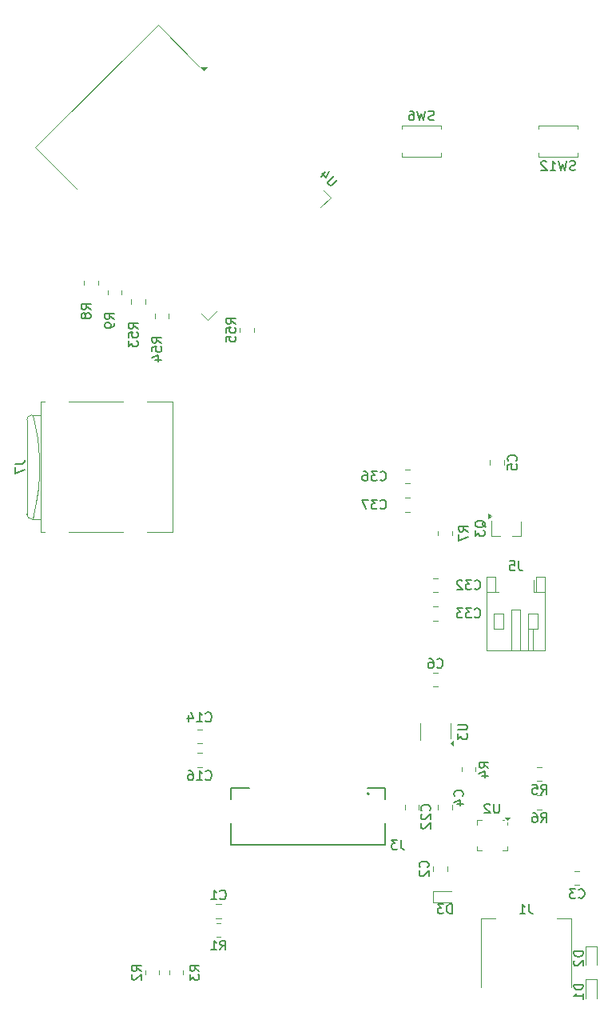
<source format=gbr>
%TF.GenerationSoftware,KiCad,Pcbnew,9.0.6*%
%TF.CreationDate,2025-11-23T22:18:04-05:00*%
%TF.ProjectId,EPD_HUB_ESP32,4550445f-4855-4425-9f45-535033322e6b,rev?*%
%TF.SameCoordinates,Original*%
%TF.FileFunction,Legend,Bot*%
%TF.FilePolarity,Positive*%
%FSLAX46Y46*%
G04 Gerber Fmt 4.6, Leading zero omitted, Abs format (unit mm)*
G04 Created by KiCad (PCBNEW 9.0.6) date 2025-11-23 22:18:04*
%MOMM*%
%LPD*%
G01*
G04 APERTURE LIST*
%ADD10C,0.150000*%
%ADD11C,0.120000*%
%ADD12C,0.200000*%
G04 APERTURE END LIST*
D10*
X142048585Y-62090718D02*
X141476165Y-62663138D01*
X141476165Y-62663138D02*
X141375150Y-62696810D01*
X141375150Y-62696810D02*
X141307806Y-62696810D01*
X141307806Y-62696810D02*
X141206791Y-62663138D01*
X141206791Y-62663138D02*
X141072104Y-62528451D01*
X141072104Y-62528451D02*
X141038432Y-62427436D01*
X141038432Y-62427436D02*
X141038432Y-62360092D01*
X141038432Y-62360092D02*
X141072104Y-62259077D01*
X141072104Y-62259077D02*
X141644524Y-61686657D01*
X140769058Y-61282596D02*
X140297654Y-61754001D01*
X141206791Y-61181581D02*
X140870073Y-61855016D01*
X140870073Y-61855016D02*
X140432341Y-61417283D01*
X107903659Y-92166666D02*
X108617944Y-92166666D01*
X108617944Y-92166666D02*
X108760801Y-92119047D01*
X108760801Y-92119047D02*
X108856040Y-92023809D01*
X108856040Y-92023809D02*
X108903659Y-91880952D01*
X108903659Y-91880952D02*
X108903659Y-91785714D01*
X107903659Y-92547619D02*
X107903659Y-93214285D01*
X107903659Y-93214285D02*
X108903659Y-92785714D01*
X154176934Y-139754819D02*
X154176934Y-138754819D01*
X154176934Y-138754819D02*
X153938839Y-138754819D01*
X153938839Y-138754819D02*
X153795982Y-138802438D01*
X153795982Y-138802438D02*
X153700744Y-138897676D01*
X153700744Y-138897676D02*
X153653125Y-138992914D01*
X153653125Y-138992914D02*
X153605506Y-139183390D01*
X153605506Y-139183390D02*
X153605506Y-139326247D01*
X153605506Y-139326247D02*
X153653125Y-139516723D01*
X153653125Y-139516723D02*
X153700744Y-139611961D01*
X153700744Y-139611961D02*
X153795982Y-139707200D01*
X153795982Y-139707200D02*
X153938839Y-139754819D01*
X153938839Y-139754819D02*
X154176934Y-139754819D01*
X153272172Y-138754819D02*
X152653125Y-138754819D01*
X152653125Y-138754819D02*
X152986458Y-139135771D01*
X152986458Y-139135771D02*
X152843601Y-139135771D01*
X152843601Y-139135771D02*
X152748363Y-139183390D01*
X152748363Y-139183390D02*
X152700744Y-139231009D01*
X152700744Y-139231009D02*
X152653125Y-139326247D01*
X152653125Y-139326247D02*
X152653125Y-139564342D01*
X152653125Y-139564342D02*
X152700744Y-139659580D01*
X152700744Y-139659580D02*
X152748363Y-139707200D01*
X152748363Y-139707200D02*
X152843601Y-139754819D01*
X152843601Y-139754819D02*
X153129315Y-139754819D01*
X153129315Y-139754819D02*
X153224553Y-139707200D01*
X153224553Y-139707200D02*
X153272172Y-139659580D01*
X151618420Y-134833333D02*
X151666040Y-134785714D01*
X151666040Y-134785714D02*
X151713659Y-134642857D01*
X151713659Y-134642857D02*
X151713659Y-134547619D01*
X151713659Y-134547619D02*
X151666040Y-134404762D01*
X151666040Y-134404762D02*
X151570801Y-134309524D01*
X151570801Y-134309524D02*
X151475563Y-134261905D01*
X151475563Y-134261905D02*
X151285087Y-134214286D01*
X151285087Y-134214286D02*
X151142230Y-134214286D01*
X151142230Y-134214286D02*
X150951754Y-134261905D01*
X150951754Y-134261905D02*
X150856516Y-134309524D01*
X150856516Y-134309524D02*
X150761278Y-134404762D01*
X150761278Y-134404762D02*
X150713659Y-134547619D01*
X150713659Y-134547619D02*
X150713659Y-134642857D01*
X150713659Y-134642857D02*
X150761278Y-134785714D01*
X150761278Y-134785714D02*
X150808897Y-134833333D01*
X150808897Y-135214286D02*
X150761278Y-135261905D01*
X150761278Y-135261905D02*
X150713659Y-135357143D01*
X150713659Y-135357143D02*
X150713659Y-135595238D01*
X150713659Y-135595238D02*
X150761278Y-135690476D01*
X150761278Y-135690476D02*
X150808897Y-135738095D01*
X150808897Y-135738095D02*
X150904135Y-135785714D01*
X150904135Y-135785714D02*
X150999373Y-135785714D01*
X150999373Y-135785714D02*
X151142230Y-135738095D01*
X151142230Y-135738095D02*
X151713659Y-135166667D01*
X151713659Y-135166667D02*
X151713659Y-135785714D01*
X161272173Y-102454819D02*
X161272173Y-103169104D01*
X161272173Y-103169104D02*
X161319792Y-103311961D01*
X161319792Y-103311961D02*
X161415030Y-103407200D01*
X161415030Y-103407200D02*
X161557887Y-103454819D01*
X161557887Y-103454819D02*
X161653125Y-103454819D01*
X160319792Y-102454819D02*
X160795982Y-102454819D01*
X160795982Y-102454819D02*
X160843601Y-102931009D01*
X160843601Y-102931009D02*
X160795982Y-102883390D01*
X160795982Y-102883390D02*
X160700744Y-102835771D01*
X160700744Y-102835771D02*
X160462649Y-102835771D01*
X160462649Y-102835771D02*
X160367411Y-102883390D01*
X160367411Y-102883390D02*
X160319792Y-102931009D01*
X160319792Y-102931009D02*
X160272173Y-103026247D01*
X160272173Y-103026247D02*
X160272173Y-103264342D01*
X160272173Y-103264342D02*
X160319792Y-103359580D01*
X160319792Y-103359580D02*
X160367411Y-103407200D01*
X160367411Y-103407200D02*
X160462649Y-103454819D01*
X160462649Y-103454819D02*
X160700744Y-103454819D01*
X160700744Y-103454819D02*
X160795982Y-103407200D01*
X160795982Y-103407200D02*
X160843601Y-103359580D01*
X157738897Y-98904761D02*
X157691278Y-98809523D01*
X157691278Y-98809523D02*
X157596040Y-98714285D01*
X157596040Y-98714285D02*
X157453182Y-98571428D01*
X157453182Y-98571428D02*
X157405563Y-98476190D01*
X157405563Y-98476190D02*
X157405563Y-98380952D01*
X157643659Y-98428571D02*
X157596040Y-98333333D01*
X157596040Y-98333333D02*
X157500801Y-98238095D01*
X157500801Y-98238095D02*
X157310325Y-98190476D01*
X157310325Y-98190476D02*
X156976992Y-98190476D01*
X156976992Y-98190476D02*
X156786516Y-98238095D01*
X156786516Y-98238095D02*
X156691278Y-98333333D01*
X156691278Y-98333333D02*
X156643659Y-98428571D01*
X156643659Y-98428571D02*
X156643659Y-98619047D01*
X156643659Y-98619047D02*
X156691278Y-98714285D01*
X156691278Y-98714285D02*
X156786516Y-98809523D01*
X156786516Y-98809523D02*
X156976992Y-98857142D01*
X156976992Y-98857142D02*
X157310325Y-98857142D01*
X157310325Y-98857142D02*
X157500801Y-98809523D01*
X157500801Y-98809523D02*
X157596040Y-98714285D01*
X157596040Y-98714285D02*
X157643659Y-98619047D01*
X157643659Y-98619047D02*
X157643659Y-98428571D01*
X156643659Y-99190476D02*
X156643659Y-99809523D01*
X156643659Y-99809523D02*
X157024611Y-99476190D01*
X157024611Y-99476190D02*
X157024611Y-99619047D01*
X157024611Y-99619047D02*
X157072230Y-99714285D01*
X157072230Y-99714285D02*
X157119849Y-99761904D01*
X157119849Y-99761904D02*
X157215087Y-99809523D01*
X157215087Y-99809523D02*
X157453182Y-99809523D01*
X157453182Y-99809523D02*
X157548420Y-99761904D01*
X157548420Y-99761904D02*
X157596040Y-99714285D01*
X157596040Y-99714285D02*
X157643659Y-99619047D01*
X157643659Y-99619047D02*
X157643659Y-99333333D01*
X157643659Y-99333333D02*
X157596040Y-99238095D01*
X157596040Y-99238095D02*
X157548420Y-99190476D01*
X162373173Y-138754819D02*
X162373173Y-139469104D01*
X162373173Y-139469104D02*
X162420792Y-139611961D01*
X162420792Y-139611961D02*
X162516030Y-139707200D01*
X162516030Y-139707200D02*
X162658887Y-139754819D01*
X162658887Y-139754819D02*
X162754125Y-139754819D01*
X161373173Y-139754819D02*
X161944601Y-139754819D01*
X161658887Y-139754819D02*
X161658887Y-138754819D01*
X161658887Y-138754819D02*
X161754125Y-138897676D01*
X161754125Y-138897676D02*
X161849363Y-138992914D01*
X161849363Y-138992914D02*
X161944601Y-139040533D01*
X148772173Y-131954819D02*
X148772173Y-132669104D01*
X148772173Y-132669104D02*
X148819792Y-132811961D01*
X148819792Y-132811961D02*
X148915030Y-132907200D01*
X148915030Y-132907200D02*
X149057887Y-132954819D01*
X149057887Y-132954819D02*
X149153125Y-132954819D01*
X148391220Y-131954819D02*
X147772173Y-131954819D01*
X147772173Y-131954819D02*
X148105506Y-132335771D01*
X148105506Y-132335771D02*
X147962649Y-132335771D01*
X147962649Y-132335771D02*
X147867411Y-132383390D01*
X147867411Y-132383390D02*
X147819792Y-132431009D01*
X147819792Y-132431009D02*
X147772173Y-132526247D01*
X147772173Y-132526247D02*
X147772173Y-132764342D01*
X147772173Y-132764342D02*
X147819792Y-132859580D01*
X147819792Y-132859580D02*
X147867411Y-132907200D01*
X147867411Y-132907200D02*
X147962649Y-132954819D01*
X147962649Y-132954819D02*
X148248363Y-132954819D01*
X148248363Y-132954819D02*
X148343601Y-132907200D01*
X148343601Y-132907200D02*
X148391220Y-132859580D01*
X159200744Y-128124819D02*
X159200744Y-128934342D01*
X159200744Y-128934342D02*
X159153125Y-129029580D01*
X159153125Y-129029580D02*
X159105506Y-129077200D01*
X159105506Y-129077200D02*
X159010268Y-129124819D01*
X159010268Y-129124819D02*
X158819792Y-129124819D01*
X158819792Y-129124819D02*
X158724554Y-129077200D01*
X158724554Y-129077200D02*
X158676935Y-129029580D01*
X158676935Y-129029580D02*
X158629316Y-128934342D01*
X158629316Y-128934342D02*
X158629316Y-128124819D01*
X158200744Y-128220057D02*
X158153125Y-128172438D01*
X158153125Y-128172438D02*
X158057887Y-128124819D01*
X158057887Y-128124819D02*
X157819792Y-128124819D01*
X157819792Y-128124819D02*
X157724554Y-128172438D01*
X157724554Y-128172438D02*
X157676935Y-128220057D01*
X157676935Y-128220057D02*
X157629316Y-128315295D01*
X157629316Y-128315295D02*
X157629316Y-128410533D01*
X157629316Y-128410533D02*
X157676935Y-128553390D01*
X157676935Y-128553390D02*
X158248363Y-129124819D01*
X158248363Y-129124819D02*
X157629316Y-129124819D01*
X168093659Y-147261905D02*
X167093659Y-147261905D01*
X167093659Y-147261905D02*
X167093659Y-147500000D01*
X167093659Y-147500000D02*
X167141278Y-147642857D01*
X167141278Y-147642857D02*
X167236516Y-147738095D01*
X167236516Y-147738095D02*
X167331754Y-147785714D01*
X167331754Y-147785714D02*
X167522230Y-147833333D01*
X167522230Y-147833333D02*
X167665087Y-147833333D01*
X167665087Y-147833333D02*
X167855563Y-147785714D01*
X167855563Y-147785714D02*
X167950801Y-147738095D01*
X167950801Y-147738095D02*
X168046040Y-147642857D01*
X168046040Y-147642857D02*
X168093659Y-147500000D01*
X168093659Y-147500000D02*
X168093659Y-147261905D01*
X168093659Y-148785714D02*
X168093659Y-148214286D01*
X168093659Y-148500000D02*
X167093659Y-148500000D01*
X167093659Y-148500000D02*
X167236516Y-148404762D01*
X167236516Y-148404762D02*
X167331754Y-148309524D01*
X167331754Y-148309524D02*
X167379373Y-148214286D01*
X168093659Y-143761905D02*
X167093659Y-143761905D01*
X167093659Y-143761905D02*
X167093659Y-144000000D01*
X167093659Y-144000000D02*
X167141278Y-144142857D01*
X167141278Y-144142857D02*
X167236516Y-144238095D01*
X167236516Y-144238095D02*
X167331754Y-144285714D01*
X167331754Y-144285714D02*
X167522230Y-144333333D01*
X167522230Y-144333333D02*
X167665087Y-144333333D01*
X167665087Y-144333333D02*
X167855563Y-144285714D01*
X167855563Y-144285714D02*
X167950801Y-144238095D01*
X167950801Y-144238095D02*
X168046040Y-144142857D01*
X168046040Y-144142857D02*
X168093659Y-144000000D01*
X168093659Y-144000000D02*
X168093659Y-143761905D01*
X167188897Y-144714286D02*
X167141278Y-144761905D01*
X167141278Y-144761905D02*
X167093659Y-144857143D01*
X167093659Y-144857143D02*
X167093659Y-145095238D01*
X167093659Y-145095238D02*
X167141278Y-145190476D01*
X167141278Y-145190476D02*
X167188897Y-145238095D01*
X167188897Y-145238095D02*
X167284135Y-145285714D01*
X167284135Y-145285714D02*
X167379373Y-145285714D01*
X167379373Y-145285714D02*
X167522230Y-145238095D01*
X167522230Y-145238095D02*
X168093659Y-144666667D01*
X168093659Y-144666667D02*
X168093659Y-145285714D01*
X146581697Y-96859580D02*
X146629316Y-96907200D01*
X146629316Y-96907200D02*
X146772173Y-96954819D01*
X146772173Y-96954819D02*
X146867411Y-96954819D01*
X146867411Y-96954819D02*
X147010268Y-96907200D01*
X147010268Y-96907200D02*
X147105506Y-96811961D01*
X147105506Y-96811961D02*
X147153125Y-96716723D01*
X147153125Y-96716723D02*
X147200744Y-96526247D01*
X147200744Y-96526247D02*
X147200744Y-96383390D01*
X147200744Y-96383390D02*
X147153125Y-96192914D01*
X147153125Y-96192914D02*
X147105506Y-96097676D01*
X147105506Y-96097676D02*
X147010268Y-96002438D01*
X147010268Y-96002438D02*
X146867411Y-95954819D01*
X146867411Y-95954819D02*
X146772173Y-95954819D01*
X146772173Y-95954819D02*
X146629316Y-96002438D01*
X146629316Y-96002438D02*
X146581697Y-96050057D01*
X146248363Y-95954819D02*
X145629316Y-95954819D01*
X145629316Y-95954819D02*
X145962649Y-96335771D01*
X145962649Y-96335771D02*
X145819792Y-96335771D01*
X145819792Y-96335771D02*
X145724554Y-96383390D01*
X145724554Y-96383390D02*
X145676935Y-96431009D01*
X145676935Y-96431009D02*
X145629316Y-96526247D01*
X145629316Y-96526247D02*
X145629316Y-96764342D01*
X145629316Y-96764342D02*
X145676935Y-96859580D01*
X145676935Y-96859580D02*
X145724554Y-96907200D01*
X145724554Y-96907200D02*
X145819792Y-96954819D01*
X145819792Y-96954819D02*
X146105506Y-96954819D01*
X146105506Y-96954819D02*
X146200744Y-96907200D01*
X146200744Y-96907200D02*
X146248363Y-96859580D01*
X145295982Y-95954819D02*
X144629316Y-95954819D01*
X144629316Y-95954819D02*
X145057887Y-96954819D01*
X156581697Y-108359580D02*
X156629316Y-108407200D01*
X156629316Y-108407200D02*
X156772173Y-108454819D01*
X156772173Y-108454819D02*
X156867411Y-108454819D01*
X156867411Y-108454819D02*
X157010268Y-108407200D01*
X157010268Y-108407200D02*
X157105506Y-108311961D01*
X157105506Y-108311961D02*
X157153125Y-108216723D01*
X157153125Y-108216723D02*
X157200744Y-108026247D01*
X157200744Y-108026247D02*
X157200744Y-107883390D01*
X157200744Y-107883390D02*
X157153125Y-107692914D01*
X157153125Y-107692914D02*
X157105506Y-107597676D01*
X157105506Y-107597676D02*
X157010268Y-107502438D01*
X157010268Y-107502438D02*
X156867411Y-107454819D01*
X156867411Y-107454819D02*
X156772173Y-107454819D01*
X156772173Y-107454819D02*
X156629316Y-107502438D01*
X156629316Y-107502438D02*
X156581697Y-107550057D01*
X156248363Y-107454819D02*
X155629316Y-107454819D01*
X155629316Y-107454819D02*
X155962649Y-107835771D01*
X155962649Y-107835771D02*
X155819792Y-107835771D01*
X155819792Y-107835771D02*
X155724554Y-107883390D01*
X155724554Y-107883390D02*
X155676935Y-107931009D01*
X155676935Y-107931009D02*
X155629316Y-108026247D01*
X155629316Y-108026247D02*
X155629316Y-108264342D01*
X155629316Y-108264342D02*
X155676935Y-108359580D01*
X155676935Y-108359580D02*
X155724554Y-108407200D01*
X155724554Y-108407200D02*
X155819792Y-108454819D01*
X155819792Y-108454819D02*
X156105506Y-108454819D01*
X156105506Y-108454819D02*
X156200744Y-108407200D01*
X156200744Y-108407200D02*
X156248363Y-108359580D01*
X155295982Y-107454819D02*
X154676935Y-107454819D01*
X154676935Y-107454819D02*
X155010268Y-107835771D01*
X155010268Y-107835771D02*
X154867411Y-107835771D01*
X154867411Y-107835771D02*
X154772173Y-107883390D01*
X154772173Y-107883390D02*
X154724554Y-107931009D01*
X154724554Y-107931009D02*
X154676935Y-108026247D01*
X154676935Y-108026247D02*
X154676935Y-108264342D01*
X154676935Y-108264342D02*
X154724554Y-108359580D01*
X154724554Y-108359580D02*
X154772173Y-108407200D01*
X154772173Y-108407200D02*
X154867411Y-108454819D01*
X154867411Y-108454819D02*
X155153125Y-108454819D01*
X155153125Y-108454819D02*
X155248363Y-108407200D01*
X155248363Y-108407200D02*
X155295982Y-108359580D01*
X158043659Y-124333333D02*
X157567468Y-124000000D01*
X158043659Y-123761905D02*
X157043659Y-123761905D01*
X157043659Y-123761905D02*
X157043659Y-124142857D01*
X157043659Y-124142857D02*
X157091278Y-124238095D01*
X157091278Y-124238095D02*
X157138897Y-124285714D01*
X157138897Y-124285714D02*
X157234135Y-124333333D01*
X157234135Y-124333333D02*
X157376992Y-124333333D01*
X157376992Y-124333333D02*
X157472230Y-124285714D01*
X157472230Y-124285714D02*
X157519849Y-124238095D01*
X157519849Y-124238095D02*
X157567468Y-124142857D01*
X157567468Y-124142857D02*
X157567468Y-123761905D01*
X157376992Y-125190476D02*
X158043659Y-125190476D01*
X156996040Y-124952381D02*
X157710325Y-124714286D01*
X157710325Y-124714286D02*
X157710325Y-125333333D01*
X127393659Y-145833333D02*
X126917468Y-145500000D01*
X127393659Y-145261905D02*
X126393659Y-145261905D01*
X126393659Y-145261905D02*
X126393659Y-145642857D01*
X126393659Y-145642857D02*
X126441278Y-145738095D01*
X126441278Y-145738095D02*
X126488897Y-145785714D01*
X126488897Y-145785714D02*
X126584135Y-145833333D01*
X126584135Y-145833333D02*
X126726992Y-145833333D01*
X126726992Y-145833333D02*
X126822230Y-145785714D01*
X126822230Y-145785714D02*
X126869849Y-145738095D01*
X126869849Y-145738095D02*
X126917468Y-145642857D01*
X126917468Y-145642857D02*
X126917468Y-145261905D01*
X126393659Y-146166667D02*
X126393659Y-146785714D01*
X126393659Y-146785714D02*
X126774611Y-146452381D01*
X126774611Y-146452381D02*
X126774611Y-146595238D01*
X126774611Y-146595238D02*
X126822230Y-146690476D01*
X126822230Y-146690476D02*
X126869849Y-146738095D01*
X126869849Y-146738095D02*
X126965087Y-146785714D01*
X126965087Y-146785714D02*
X127203182Y-146785714D01*
X127203182Y-146785714D02*
X127298420Y-146738095D01*
X127298420Y-146738095D02*
X127346040Y-146690476D01*
X127346040Y-146690476D02*
X127393659Y-146595238D01*
X127393659Y-146595238D02*
X127393659Y-146309524D01*
X127393659Y-146309524D02*
X127346040Y-146214286D01*
X127346040Y-146214286D02*
X127298420Y-146166667D01*
X151798420Y-128857142D02*
X151846040Y-128809523D01*
X151846040Y-128809523D02*
X151893659Y-128666666D01*
X151893659Y-128666666D02*
X151893659Y-128571428D01*
X151893659Y-128571428D02*
X151846040Y-128428571D01*
X151846040Y-128428571D02*
X151750801Y-128333333D01*
X151750801Y-128333333D02*
X151655563Y-128285714D01*
X151655563Y-128285714D02*
X151465087Y-128238095D01*
X151465087Y-128238095D02*
X151322230Y-128238095D01*
X151322230Y-128238095D02*
X151131754Y-128285714D01*
X151131754Y-128285714D02*
X151036516Y-128333333D01*
X151036516Y-128333333D02*
X150941278Y-128428571D01*
X150941278Y-128428571D02*
X150893659Y-128571428D01*
X150893659Y-128571428D02*
X150893659Y-128666666D01*
X150893659Y-128666666D02*
X150941278Y-128809523D01*
X150941278Y-128809523D02*
X150988897Y-128857142D01*
X150988897Y-129238095D02*
X150941278Y-129285714D01*
X150941278Y-129285714D02*
X150893659Y-129380952D01*
X150893659Y-129380952D02*
X150893659Y-129619047D01*
X150893659Y-129619047D02*
X150941278Y-129714285D01*
X150941278Y-129714285D02*
X150988897Y-129761904D01*
X150988897Y-129761904D02*
X151084135Y-129809523D01*
X151084135Y-129809523D02*
X151179373Y-129809523D01*
X151179373Y-129809523D02*
X151322230Y-129761904D01*
X151322230Y-129761904D02*
X151893659Y-129190476D01*
X151893659Y-129190476D02*
X151893659Y-129809523D01*
X150988897Y-130190476D02*
X150941278Y-130238095D01*
X150941278Y-130238095D02*
X150893659Y-130333333D01*
X150893659Y-130333333D02*
X150893659Y-130571428D01*
X150893659Y-130571428D02*
X150941278Y-130666666D01*
X150941278Y-130666666D02*
X150988897Y-130714285D01*
X150988897Y-130714285D02*
X151084135Y-130761904D01*
X151084135Y-130761904D02*
X151179373Y-130761904D01*
X151179373Y-130761904D02*
X151322230Y-130714285D01*
X151322230Y-130714285D02*
X151893659Y-130142857D01*
X151893659Y-130142857D02*
X151893659Y-130761904D01*
X123393659Y-79357142D02*
X122917468Y-79023809D01*
X123393659Y-78785714D02*
X122393659Y-78785714D01*
X122393659Y-78785714D02*
X122393659Y-79166666D01*
X122393659Y-79166666D02*
X122441278Y-79261904D01*
X122441278Y-79261904D02*
X122488897Y-79309523D01*
X122488897Y-79309523D02*
X122584135Y-79357142D01*
X122584135Y-79357142D02*
X122726992Y-79357142D01*
X122726992Y-79357142D02*
X122822230Y-79309523D01*
X122822230Y-79309523D02*
X122869849Y-79261904D01*
X122869849Y-79261904D02*
X122917468Y-79166666D01*
X122917468Y-79166666D02*
X122917468Y-78785714D01*
X122393659Y-80261904D02*
X122393659Y-79785714D01*
X122393659Y-79785714D02*
X122869849Y-79738095D01*
X122869849Y-79738095D02*
X122822230Y-79785714D01*
X122822230Y-79785714D02*
X122774611Y-79880952D01*
X122774611Y-79880952D02*
X122774611Y-80119047D01*
X122774611Y-80119047D02*
X122822230Y-80214285D01*
X122822230Y-80214285D02*
X122869849Y-80261904D01*
X122869849Y-80261904D02*
X122965087Y-80309523D01*
X122965087Y-80309523D02*
X123203182Y-80309523D01*
X123203182Y-80309523D02*
X123298420Y-80261904D01*
X123298420Y-80261904D02*
X123346040Y-80214285D01*
X123346040Y-80214285D02*
X123393659Y-80119047D01*
X123393659Y-80119047D02*
X123393659Y-79880952D01*
X123393659Y-79880952D02*
X123346040Y-79785714D01*
X123346040Y-79785714D02*
X123298420Y-79738095D01*
X122726992Y-81166666D02*
X123393659Y-81166666D01*
X122346040Y-80928571D02*
X123060325Y-80690476D01*
X123060325Y-80690476D02*
X123060325Y-81309523D01*
X163605506Y-127104819D02*
X163938839Y-126628628D01*
X164176934Y-127104819D02*
X164176934Y-126104819D01*
X164176934Y-126104819D02*
X163795982Y-126104819D01*
X163795982Y-126104819D02*
X163700744Y-126152438D01*
X163700744Y-126152438D02*
X163653125Y-126200057D01*
X163653125Y-126200057D02*
X163605506Y-126295295D01*
X163605506Y-126295295D02*
X163605506Y-126438152D01*
X163605506Y-126438152D02*
X163653125Y-126533390D01*
X163653125Y-126533390D02*
X163700744Y-126581009D01*
X163700744Y-126581009D02*
X163795982Y-126628628D01*
X163795982Y-126628628D02*
X164176934Y-126628628D01*
X162700744Y-126104819D02*
X163176934Y-126104819D01*
X163176934Y-126104819D02*
X163224553Y-126581009D01*
X163224553Y-126581009D02*
X163176934Y-126533390D01*
X163176934Y-126533390D02*
X163081696Y-126485771D01*
X163081696Y-126485771D02*
X162843601Y-126485771D01*
X162843601Y-126485771D02*
X162748363Y-126533390D01*
X162748363Y-126533390D02*
X162700744Y-126581009D01*
X162700744Y-126581009D02*
X162653125Y-126676247D01*
X162653125Y-126676247D02*
X162653125Y-126914342D01*
X162653125Y-126914342D02*
X162700744Y-127009580D01*
X162700744Y-127009580D02*
X162748363Y-127057200D01*
X162748363Y-127057200D02*
X162843601Y-127104819D01*
X162843601Y-127104819D02*
X163081696Y-127104819D01*
X163081696Y-127104819D02*
X163176934Y-127057200D01*
X163176934Y-127057200D02*
X163224553Y-127009580D01*
X129605506Y-138179580D02*
X129653125Y-138227200D01*
X129653125Y-138227200D02*
X129795982Y-138274819D01*
X129795982Y-138274819D02*
X129891220Y-138274819D01*
X129891220Y-138274819D02*
X130034077Y-138227200D01*
X130034077Y-138227200D02*
X130129315Y-138131961D01*
X130129315Y-138131961D02*
X130176934Y-138036723D01*
X130176934Y-138036723D02*
X130224553Y-137846247D01*
X130224553Y-137846247D02*
X130224553Y-137703390D01*
X130224553Y-137703390D02*
X130176934Y-137512914D01*
X130176934Y-137512914D02*
X130129315Y-137417676D01*
X130129315Y-137417676D02*
X130034077Y-137322438D01*
X130034077Y-137322438D02*
X129891220Y-137274819D01*
X129891220Y-137274819D02*
X129795982Y-137274819D01*
X129795982Y-137274819D02*
X129653125Y-137322438D01*
X129653125Y-137322438D02*
X129605506Y-137370057D01*
X128653125Y-138274819D02*
X129224553Y-138274819D01*
X128938839Y-138274819D02*
X128938839Y-137274819D01*
X128938839Y-137274819D02*
X129034077Y-137417676D01*
X129034077Y-137417676D02*
X129129315Y-137512914D01*
X129129315Y-137512914D02*
X129224553Y-137560533D01*
X131243659Y-77357142D02*
X130767468Y-77023809D01*
X131243659Y-76785714D02*
X130243659Y-76785714D01*
X130243659Y-76785714D02*
X130243659Y-77166666D01*
X130243659Y-77166666D02*
X130291278Y-77261904D01*
X130291278Y-77261904D02*
X130338897Y-77309523D01*
X130338897Y-77309523D02*
X130434135Y-77357142D01*
X130434135Y-77357142D02*
X130576992Y-77357142D01*
X130576992Y-77357142D02*
X130672230Y-77309523D01*
X130672230Y-77309523D02*
X130719849Y-77261904D01*
X130719849Y-77261904D02*
X130767468Y-77166666D01*
X130767468Y-77166666D02*
X130767468Y-76785714D01*
X130243659Y-78261904D02*
X130243659Y-77785714D01*
X130243659Y-77785714D02*
X130719849Y-77738095D01*
X130719849Y-77738095D02*
X130672230Y-77785714D01*
X130672230Y-77785714D02*
X130624611Y-77880952D01*
X130624611Y-77880952D02*
X130624611Y-78119047D01*
X130624611Y-78119047D02*
X130672230Y-78214285D01*
X130672230Y-78214285D02*
X130719849Y-78261904D01*
X130719849Y-78261904D02*
X130815087Y-78309523D01*
X130815087Y-78309523D02*
X131053182Y-78309523D01*
X131053182Y-78309523D02*
X131148420Y-78261904D01*
X131148420Y-78261904D02*
X131196040Y-78214285D01*
X131196040Y-78214285D02*
X131243659Y-78119047D01*
X131243659Y-78119047D02*
X131243659Y-77880952D01*
X131243659Y-77880952D02*
X131196040Y-77785714D01*
X131196040Y-77785714D02*
X131148420Y-77738095D01*
X130243659Y-79214285D02*
X130243659Y-78738095D01*
X130243659Y-78738095D02*
X130719849Y-78690476D01*
X130719849Y-78690476D02*
X130672230Y-78738095D01*
X130672230Y-78738095D02*
X130624611Y-78833333D01*
X130624611Y-78833333D02*
X130624611Y-79071428D01*
X130624611Y-79071428D02*
X130672230Y-79166666D01*
X130672230Y-79166666D02*
X130719849Y-79214285D01*
X130719849Y-79214285D02*
X130815087Y-79261904D01*
X130815087Y-79261904D02*
X131053182Y-79261904D01*
X131053182Y-79261904D02*
X131148420Y-79214285D01*
X131148420Y-79214285D02*
X131196040Y-79166666D01*
X131196040Y-79166666D02*
X131243659Y-79071428D01*
X131243659Y-79071428D02*
X131243659Y-78833333D01*
X131243659Y-78833333D02*
X131196040Y-78738095D01*
X131196040Y-78738095D02*
X131148420Y-78690476D01*
X160978420Y-91833333D02*
X161026040Y-91785714D01*
X161026040Y-91785714D02*
X161073659Y-91642857D01*
X161073659Y-91642857D02*
X161073659Y-91547619D01*
X161073659Y-91547619D02*
X161026040Y-91404762D01*
X161026040Y-91404762D02*
X160930801Y-91309524D01*
X160930801Y-91309524D02*
X160835563Y-91261905D01*
X160835563Y-91261905D02*
X160645087Y-91214286D01*
X160645087Y-91214286D02*
X160502230Y-91214286D01*
X160502230Y-91214286D02*
X160311754Y-91261905D01*
X160311754Y-91261905D02*
X160216516Y-91309524D01*
X160216516Y-91309524D02*
X160121278Y-91404762D01*
X160121278Y-91404762D02*
X160073659Y-91547619D01*
X160073659Y-91547619D02*
X160073659Y-91642857D01*
X160073659Y-91642857D02*
X160121278Y-91785714D01*
X160121278Y-91785714D02*
X160168897Y-91833333D01*
X160073659Y-92738095D02*
X160073659Y-92261905D01*
X160073659Y-92261905D02*
X160549849Y-92214286D01*
X160549849Y-92214286D02*
X160502230Y-92261905D01*
X160502230Y-92261905D02*
X160454611Y-92357143D01*
X160454611Y-92357143D02*
X160454611Y-92595238D01*
X160454611Y-92595238D02*
X160502230Y-92690476D01*
X160502230Y-92690476D02*
X160549849Y-92738095D01*
X160549849Y-92738095D02*
X160645087Y-92785714D01*
X160645087Y-92785714D02*
X160883182Y-92785714D01*
X160883182Y-92785714D02*
X160978420Y-92738095D01*
X160978420Y-92738095D02*
X161026040Y-92690476D01*
X161026040Y-92690476D02*
X161073659Y-92595238D01*
X161073659Y-92595238D02*
X161073659Y-92357143D01*
X161073659Y-92357143D02*
X161026040Y-92261905D01*
X161026040Y-92261905D02*
X160978420Y-92214286D01*
X152605506Y-113679580D02*
X152653125Y-113727200D01*
X152653125Y-113727200D02*
X152795982Y-113774819D01*
X152795982Y-113774819D02*
X152891220Y-113774819D01*
X152891220Y-113774819D02*
X153034077Y-113727200D01*
X153034077Y-113727200D02*
X153129315Y-113631961D01*
X153129315Y-113631961D02*
X153176934Y-113536723D01*
X153176934Y-113536723D02*
X153224553Y-113346247D01*
X153224553Y-113346247D02*
X153224553Y-113203390D01*
X153224553Y-113203390D02*
X153176934Y-113012914D01*
X153176934Y-113012914D02*
X153129315Y-112917676D01*
X153129315Y-112917676D02*
X153034077Y-112822438D01*
X153034077Y-112822438D02*
X152891220Y-112774819D01*
X152891220Y-112774819D02*
X152795982Y-112774819D01*
X152795982Y-112774819D02*
X152653125Y-112822438D01*
X152653125Y-112822438D02*
X152605506Y-112870057D01*
X151748363Y-112774819D02*
X151938839Y-112774819D01*
X151938839Y-112774819D02*
X152034077Y-112822438D01*
X152034077Y-112822438D02*
X152081696Y-112870057D01*
X152081696Y-112870057D02*
X152176934Y-113012914D01*
X152176934Y-113012914D02*
X152224553Y-113203390D01*
X152224553Y-113203390D02*
X152224553Y-113584342D01*
X152224553Y-113584342D02*
X152176934Y-113679580D01*
X152176934Y-113679580D02*
X152129315Y-113727200D01*
X152129315Y-113727200D02*
X152034077Y-113774819D01*
X152034077Y-113774819D02*
X151843601Y-113774819D01*
X151843601Y-113774819D02*
X151748363Y-113727200D01*
X151748363Y-113727200D02*
X151700744Y-113679580D01*
X151700744Y-113679580D02*
X151653125Y-113584342D01*
X151653125Y-113584342D02*
X151653125Y-113346247D01*
X151653125Y-113346247D02*
X151700744Y-113251009D01*
X151700744Y-113251009D02*
X151748363Y-113203390D01*
X151748363Y-113203390D02*
X151843601Y-113155771D01*
X151843601Y-113155771D02*
X152034077Y-113155771D01*
X152034077Y-113155771D02*
X152129315Y-113203390D01*
X152129315Y-113203390D02*
X152176934Y-113251009D01*
X152176934Y-113251009D02*
X152224553Y-113346247D01*
X118393659Y-76833333D02*
X117917468Y-76500000D01*
X118393659Y-76261905D02*
X117393659Y-76261905D01*
X117393659Y-76261905D02*
X117393659Y-76642857D01*
X117393659Y-76642857D02*
X117441278Y-76738095D01*
X117441278Y-76738095D02*
X117488897Y-76785714D01*
X117488897Y-76785714D02*
X117584135Y-76833333D01*
X117584135Y-76833333D02*
X117726992Y-76833333D01*
X117726992Y-76833333D02*
X117822230Y-76785714D01*
X117822230Y-76785714D02*
X117869849Y-76738095D01*
X117869849Y-76738095D02*
X117917468Y-76642857D01*
X117917468Y-76642857D02*
X117917468Y-76261905D01*
X118393659Y-77309524D02*
X118393659Y-77500000D01*
X118393659Y-77500000D02*
X118346040Y-77595238D01*
X118346040Y-77595238D02*
X118298420Y-77642857D01*
X118298420Y-77642857D02*
X118155563Y-77738095D01*
X118155563Y-77738095D02*
X117965087Y-77785714D01*
X117965087Y-77785714D02*
X117584135Y-77785714D01*
X117584135Y-77785714D02*
X117488897Y-77738095D01*
X117488897Y-77738095D02*
X117441278Y-77690476D01*
X117441278Y-77690476D02*
X117393659Y-77595238D01*
X117393659Y-77595238D02*
X117393659Y-77404762D01*
X117393659Y-77404762D02*
X117441278Y-77309524D01*
X117441278Y-77309524D02*
X117488897Y-77261905D01*
X117488897Y-77261905D02*
X117584135Y-77214286D01*
X117584135Y-77214286D02*
X117822230Y-77214286D01*
X117822230Y-77214286D02*
X117917468Y-77261905D01*
X117917468Y-77261905D02*
X117965087Y-77309524D01*
X117965087Y-77309524D02*
X118012706Y-77404762D01*
X118012706Y-77404762D02*
X118012706Y-77595238D01*
X118012706Y-77595238D02*
X117965087Y-77690476D01*
X117965087Y-77690476D02*
X117917468Y-77738095D01*
X117917468Y-77738095D02*
X117822230Y-77785714D01*
X120893659Y-77857142D02*
X120417468Y-77523809D01*
X120893659Y-77285714D02*
X119893659Y-77285714D01*
X119893659Y-77285714D02*
X119893659Y-77666666D01*
X119893659Y-77666666D02*
X119941278Y-77761904D01*
X119941278Y-77761904D02*
X119988897Y-77809523D01*
X119988897Y-77809523D02*
X120084135Y-77857142D01*
X120084135Y-77857142D02*
X120226992Y-77857142D01*
X120226992Y-77857142D02*
X120322230Y-77809523D01*
X120322230Y-77809523D02*
X120369849Y-77761904D01*
X120369849Y-77761904D02*
X120417468Y-77666666D01*
X120417468Y-77666666D02*
X120417468Y-77285714D01*
X119893659Y-78761904D02*
X119893659Y-78285714D01*
X119893659Y-78285714D02*
X120369849Y-78238095D01*
X120369849Y-78238095D02*
X120322230Y-78285714D01*
X120322230Y-78285714D02*
X120274611Y-78380952D01*
X120274611Y-78380952D02*
X120274611Y-78619047D01*
X120274611Y-78619047D02*
X120322230Y-78714285D01*
X120322230Y-78714285D02*
X120369849Y-78761904D01*
X120369849Y-78761904D02*
X120465087Y-78809523D01*
X120465087Y-78809523D02*
X120703182Y-78809523D01*
X120703182Y-78809523D02*
X120798420Y-78761904D01*
X120798420Y-78761904D02*
X120846040Y-78714285D01*
X120846040Y-78714285D02*
X120893659Y-78619047D01*
X120893659Y-78619047D02*
X120893659Y-78380952D01*
X120893659Y-78380952D02*
X120846040Y-78285714D01*
X120846040Y-78285714D02*
X120798420Y-78238095D01*
X119893659Y-79142857D02*
X119893659Y-79761904D01*
X119893659Y-79761904D02*
X120274611Y-79428571D01*
X120274611Y-79428571D02*
X120274611Y-79571428D01*
X120274611Y-79571428D02*
X120322230Y-79666666D01*
X120322230Y-79666666D02*
X120369849Y-79714285D01*
X120369849Y-79714285D02*
X120465087Y-79761904D01*
X120465087Y-79761904D02*
X120703182Y-79761904D01*
X120703182Y-79761904D02*
X120798420Y-79714285D01*
X120798420Y-79714285D02*
X120846040Y-79666666D01*
X120846040Y-79666666D02*
X120893659Y-79571428D01*
X120893659Y-79571428D02*
X120893659Y-79285714D01*
X120893659Y-79285714D02*
X120846040Y-79190476D01*
X120846040Y-79190476D02*
X120798420Y-79142857D01*
X128081697Y-125539580D02*
X128129316Y-125587200D01*
X128129316Y-125587200D02*
X128272173Y-125634819D01*
X128272173Y-125634819D02*
X128367411Y-125634819D01*
X128367411Y-125634819D02*
X128510268Y-125587200D01*
X128510268Y-125587200D02*
X128605506Y-125491961D01*
X128605506Y-125491961D02*
X128653125Y-125396723D01*
X128653125Y-125396723D02*
X128700744Y-125206247D01*
X128700744Y-125206247D02*
X128700744Y-125063390D01*
X128700744Y-125063390D02*
X128653125Y-124872914D01*
X128653125Y-124872914D02*
X128605506Y-124777676D01*
X128605506Y-124777676D02*
X128510268Y-124682438D01*
X128510268Y-124682438D02*
X128367411Y-124634819D01*
X128367411Y-124634819D02*
X128272173Y-124634819D01*
X128272173Y-124634819D02*
X128129316Y-124682438D01*
X128129316Y-124682438D02*
X128081697Y-124730057D01*
X127129316Y-125634819D02*
X127700744Y-125634819D01*
X127415030Y-125634819D02*
X127415030Y-124634819D01*
X127415030Y-124634819D02*
X127510268Y-124777676D01*
X127510268Y-124777676D02*
X127605506Y-124872914D01*
X127605506Y-124872914D02*
X127700744Y-124920533D01*
X126272173Y-124634819D02*
X126462649Y-124634819D01*
X126462649Y-124634819D02*
X126557887Y-124682438D01*
X126557887Y-124682438D02*
X126605506Y-124730057D01*
X126605506Y-124730057D02*
X126700744Y-124872914D01*
X126700744Y-124872914D02*
X126748363Y-125063390D01*
X126748363Y-125063390D02*
X126748363Y-125444342D01*
X126748363Y-125444342D02*
X126700744Y-125539580D01*
X126700744Y-125539580D02*
X126653125Y-125587200D01*
X126653125Y-125587200D02*
X126557887Y-125634819D01*
X126557887Y-125634819D02*
X126367411Y-125634819D01*
X126367411Y-125634819D02*
X126272173Y-125587200D01*
X126272173Y-125587200D02*
X126224554Y-125539580D01*
X126224554Y-125539580D02*
X126176935Y-125444342D01*
X126176935Y-125444342D02*
X126176935Y-125206247D01*
X126176935Y-125206247D02*
X126224554Y-125111009D01*
X126224554Y-125111009D02*
X126272173Y-125063390D01*
X126272173Y-125063390D02*
X126367411Y-125015771D01*
X126367411Y-125015771D02*
X126557887Y-125015771D01*
X126557887Y-125015771D02*
X126653125Y-125063390D01*
X126653125Y-125063390D02*
X126700744Y-125111009D01*
X126700744Y-125111009D02*
X126748363Y-125206247D01*
X146581697Y-93859580D02*
X146629316Y-93907200D01*
X146629316Y-93907200D02*
X146772173Y-93954819D01*
X146772173Y-93954819D02*
X146867411Y-93954819D01*
X146867411Y-93954819D02*
X147010268Y-93907200D01*
X147010268Y-93907200D02*
X147105506Y-93811961D01*
X147105506Y-93811961D02*
X147153125Y-93716723D01*
X147153125Y-93716723D02*
X147200744Y-93526247D01*
X147200744Y-93526247D02*
X147200744Y-93383390D01*
X147200744Y-93383390D02*
X147153125Y-93192914D01*
X147153125Y-93192914D02*
X147105506Y-93097676D01*
X147105506Y-93097676D02*
X147010268Y-93002438D01*
X147010268Y-93002438D02*
X146867411Y-92954819D01*
X146867411Y-92954819D02*
X146772173Y-92954819D01*
X146772173Y-92954819D02*
X146629316Y-93002438D01*
X146629316Y-93002438D02*
X146581697Y-93050057D01*
X146248363Y-92954819D02*
X145629316Y-92954819D01*
X145629316Y-92954819D02*
X145962649Y-93335771D01*
X145962649Y-93335771D02*
X145819792Y-93335771D01*
X145819792Y-93335771D02*
X145724554Y-93383390D01*
X145724554Y-93383390D02*
X145676935Y-93431009D01*
X145676935Y-93431009D02*
X145629316Y-93526247D01*
X145629316Y-93526247D02*
X145629316Y-93764342D01*
X145629316Y-93764342D02*
X145676935Y-93859580D01*
X145676935Y-93859580D02*
X145724554Y-93907200D01*
X145724554Y-93907200D02*
X145819792Y-93954819D01*
X145819792Y-93954819D02*
X146105506Y-93954819D01*
X146105506Y-93954819D02*
X146200744Y-93907200D01*
X146200744Y-93907200D02*
X146248363Y-93859580D01*
X144772173Y-92954819D02*
X144962649Y-92954819D01*
X144962649Y-92954819D02*
X145057887Y-93002438D01*
X145057887Y-93002438D02*
X145105506Y-93050057D01*
X145105506Y-93050057D02*
X145200744Y-93192914D01*
X145200744Y-93192914D02*
X145248363Y-93383390D01*
X145248363Y-93383390D02*
X145248363Y-93764342D01*
X145248363Y-93764342D02*
X145200744Y-93859580D01*
X145200744Y-93859580D02*
X145153125Y-93907200D01*
X145153125Y-93907200D02*
X145057887Y-93954819D01*
X145057887Y-93954819D02*
X144867411Y-93954819D01*
X144867411Y-93954819D02*
X144772173Y-93907200D01*
X144772173Y-93907200D02*
X144724554Y-93859580D01*
X144724554Y-93859580D02*
X144676935Y-93764342D01*
X144676935Y-93764342D02*
X144676935Y-93526247D01*
X144676935Y-93526247D02*
X144724554Y-93431009D01*
X144724554Y-93431009D02*
X144772173Y-93383390D01*
X144772173Y-93383390D02*
X144867411Y-93335771D01*
X144867411Y-93335771D02*
X145057887Y-93335771D01*
X145057887Y-93335771D02*
X145153125Y-93383390D01*
X145153125Y-93383390D02*
X145200744Y-93431009D01*
X145200744Y-93431009D02*
X145248363Y-93526247D01*
X129605506Y-143604819D02*
X129938839Y-143128628D01*
X130176934Y-143604819D02*
X130176934Y-142604819D01*
X130176934Y-142604819D02*
X129795982Y-142604819D01*
X129795982Y-142604819D02*
X129700744Y-142652438D01*
X129700744Y-142652438D02*
X129653125Y-142700057D01*
X129653125Y-142700057D02*
X129605506Y-142795295D01*
X129605506Y-142795295D02*
X129605506Y-142938152D01*
X129605506Y-142938152D02*
X129653125Y-143033390D01*
X129653125Y-143033390D02*
X129700744Y-143081009D01*
X129700744Y-143081009D02*
X129795982Y-143128628D01*
X129795982Y-143128628D02*
X130176934Y-143128628D01*
X128653125Y-143604819D02*
X129224553Y-143604819D01*
X128938839Y-143604819D02*
X128938839Y-142604819D01*
X128938839Y-142604819D02*
X129034077Y-142747676D01*
X129034077Y-142747676D02*
X129129315Y-142842914D01*
X129129315Y-142842914D02*
X129224553Y-142890533D01*
X154793659Y-119738095D02*
X155603182Y-119738095D01*
X155603182Y-119738095D02*
X155698420Y-119785714D01*
X155698420Y-119785714D02*
X155746040Y-119833333D01*
X155746040Y-119833333D02*
X155793659Y-119928571D01*
X155793659Y-119928571D02*
X155793659Y-120119047D01*
X155793659Y-120119047D02*
X155746040Y-120214285D01*
X155746040Y-120214285D02*
X155698420Y-120261904D01*
X155698420Y-120261904D02*
X155603182Y-120309523D01*
X155603182Y-120309523D02*
X154793659Y-120309523D01*
X154793659Y-120690476D02*
X154793659Y-121309523D01*
X154793659Y-121309523D02*
X155174611Y-120976190D01*
X155174611Y-120976190D02*
X155174611Y-121119047D01*
X155174611Y-121119047D02*
X155222230Y-121214285D01*
X155222230Y-121214285D02*
X155269849Y-121261904D01*
X155269849Y-121261904D02*
X155365087Y-121309523D01*
X155365087Y-121309523D02*
X155603182Y-121309523D01*
X155603182Y-121309523D02*
X155698420Y-121261904D01*
X155698420Y-121261904D02*
X155746040Y-121214285D01*
X155746040Y-121214285D02*
X155793659Y-121119047D01*
X155793659Y-121119047D02*
X155793659Y-120833333D01*
X155793659Y-120833333D02*
X155746040Y-120738095D01*
X155746040Y-120738095D02*
X155698420Y-120690476D01*
X128081697Y-119359580D02*
X128129316Y-119407200D01*
X128129316Y-119407200D02*
X128272173Y-119454819D01*
X128272173Y-119454819D02*
X128367411Y-119454819D01*
X128367411Y-119454819D02*
X128510268Y-119407200D01*
X128510268Y-119407200D02*
X128605506Y-119311961D01*
X128605506Y-119311961D02*
X128653125Y-119216723D01*
X128653125Y-119216723D02*
X128700744Y-119026247D01*
X128700744Y-119026247D02*
X128700744Y-118883390D01*
X128700744Y-118883390D02*
X128653125Y-118692914D01*
X128653125Y-118692914D02*
X128605506Y-118597676D01*
X128605506Y-118597676D02*
X128510268Y-118502438D01*
X128510268Y-118502438D02*
X128367411Y-118454819D01*
X128367411Y-118454819D02*
X128272173Y-118454819D01*
X128272173Y-118454819D02*
X128129316Y-118502438D01*
X128129316Y-118502438D02*
X128081697Y-118550057D01*
X127129316Y-119454819D02*
X127700744Y-119454819D01*
X127415030Y-119454819D02*
X127415030Y-118454819D01*
X127415030Y-118454819D02*
X127510268Y-118597676D01*
X127510268Y-118597676D02*
X127605506Y-118692914D01*
X127605506Y-118692914D02*
X127700744Y-118740533D01*
X126272173Y-118788152D02*
X126272173Y-119454819D01*
X126510268Y-118407200D02*
X126748363Y-119121485D01*
X126748363Y-119121485D02*
X126129316Y-119121485D01*
X155893659Y-99333333D02*
X155417468Y-99000000D01*
X155893659Y-98761905D02*
X154893659Y-98761905D01*
X154893659Y-98761905D02*
X154893659Y-99142857D01*
X154893659Y-99142857D02*
X154941278Y-99238095D01*
X154941278Y-99238095D02*
X154988897Y-99285714D01*
X154988897Y-99285714D02*
X155084135Y-99333333D01*
X155084135Y-99333333D02*
X155226992Y-99333333D01*
X155226992Y-99333333D02*
X155322230Y-99285714D01*
X155322230Y-99285714D02*
X155369849Y-99238095D01*
X155369849Y-99238095D02*
X155417468Y-99142857D01*
X155417468Y-99142857D02*
X155417468Y-98761905D01*
X154893659Y-99666667D02*
X154893659Y-100333333D01*
X154893659Y-100333333D02*
X155893659Y-99904762D01*
X167605506Y-138039580D02*
X167653125Y-138087200D01*
X167653125Y-138087200D02*
X167795982Y-138134819D01*
X167795982Y-138134819D02*
X167891220Y-138134819D01*
X167891220Y-138134819D02*
X168034077Y-138087200D01*
X168034077Y-138087200D02*
X168129315Y-137991961D01*
X168129315Y-137991961D02*
X168176934Y-137896723D01*
X168176934Y-137896723D02*
X168224553Y-137706247D01*
X168224553Y-137706247D02*
X168224553Y-137563390D01*
X168224553Y-137563390D02*
X168176934Y-137372914D01*
X168176934Y-137372914D02*
X168129315Y-137277676D01*
X168129315Y-137277676D02*
X168034077Y-137182438D01*
X168034077Y-137182438D02*
X167891220Y-137134819D01*
X167891220Y-137134819D02*
X167795982Y-137134819D01*
X167795982Y-137134819D02*
X167653125Y-137182438D01*
X167653125Y-137182438D02*
X167605506Y-137230057D01*
X167272172Y-137134819D02*
X166653125Y-137134819D01*
X166653125Y-137134819D02*
X166986458Y-137515771D01*
X166986458Y-137515771D02*
X166843601Y-137515771D01*
X166843601Y-137515771D02*
X166748363Y-137563390D01*
X166748363Y-137563390D02*
X166700744Y-137611009D01*
X166700744Y-137611009D02*
X166653125Y-137706247D01*
X166653125Y-137706247D02*
X166653125Y-137944342D01*
X166653125Y-137944342D02*
X166700744Y-138039580D01*
X166700744Y-138039580D02*
X166748363Y-138087200D01*
X166748363Y-138087200D02*
X166843601Y-138134819D01*
X166843601Y-138134819D02*
X167129315Y-138134819D01*
X167129315Y-138134819D02*
X167224553Y-138087200D01*
X167224553Y-138087200D02*
X167272172Y-138039580D01*
X155298420Y-127333333D02*
X155346040Y-127285714D01*
X155346040Y-127285714D02*
X155393659Y-127142857D01*
X155393659Y-127142857D02*
X155393659Y-127047619D01*
X155393659Y-127047619D02*
X155346040Y-126904762D01*
X155346040Y-126904762D02*
X155250801Y-126809524D01*
X155250801Y-126809524D02*
X155155563Y-126761905D01*
X155155563Y-126761905D02*
X154965087Y-126714286D01*
X154965087Y-126714286D02*
X154822230Y-126714286D01*
X154822230Y-126714286D02*
X154631754Y-126761905D01*
X154631754Y-126761905D02*
X154536516Y-126809524D01*
X154536516Y-126809524D02*
X154441278Y-126904762D01*
X154441278Y-126904762D02*
X154393659Y-127047619D01*
X154393659Y-127047619D02*
X154393659Y-127142857D01*
X154393659Y-127142857D02*
X154441278Y-127285714D01*
X154441278Y-127285714D02*
X154488897Y-127333333D01*
X154726992Y-128190476D02*
X155393659Y-128190476D01*
X154346040Y-127952381D02*
X155060325Y-127714286D01*
X155060325Y-127714286D02*
X155060325Y-128333333D01*
X115893659Y-75833333D02*
X115417468Y-75500000D01*
X115893659Y-75261905D02*
X114893659Y-75261905D01*
X114893659Y-75261905D02*
X114893659Y-75642857D01*
X114893659Y-75642857D02*
X114941278Y-75738095D01*
X114941278Y-75738095D02*
X114988897Y-75785714D01*
X114988897Y-75785714D02*
X115084135Y-75833333D01*
X115084135Y-75833333D02*
X115226992Y-75833333D01*
X115226992Y-75833333D02*
X115322230Y-75785714D01*
X115322230Y-75785714D02*
X115369849Y-75738095D01*
X115369849Y-75738095D02*
X115417468Y-75642857D01*
X115417468Y-75642857D02*
X115417468Y-75261905D01*
X115322230Y-76404762D02*
X115274611Y-76309524D01*
X115274611Y-76309524D02*
X115226992Y-76261905D01*
X115226992Y-76261905D02*
X115131754Y-76214286D01*
X115131754Y-76214286D02*
X115084135Y-76214286D01*
X115084135Y-76214286D02*
X114988897Y-76261905D01*
X114988897Y-76261905D02*
X114941278Y-76309524D01*
X114941278Y-76309524D02*
X114893659Y-76404762D01*
X114893659Y-76404762D02*
X114893659Y-76595238D01*
X114893659Y-76595238D02*
X114941278Y-76690476D01*
X114941278Y-76690476D02*
X114988897Y-76738095D01*
X114988897Y-76738095D02*
X115084135Y-76785714D01*
X115084135Y-76785714D02*
X115131754Y-76785714D01*
X115131754Y-76785714D02*
X115226992Y-76738095D01*
X115226992Y-76738095D02*
X115274611Y-76690476D01*
X115274611Y-76690476D02*
X115322230Y-76595238D01*
X115322230Y-76595238D02*
X115322230Y-76404762D01*
X115322230Y-76404762D02*
X115369849Y-76309524D01*
X115369849Y-76309524D02*
X115417468Y-76261905D01*
X115417468Y-76261905D02*
X115512706Y-76214286D01*
X115512706Y-76214286D02*
X115703182Y-76214286D01*
X115703182Y-76214286D02*
X115798420Y-76261905D01*
X115798420Y-76261905D02*
X115846040Y-76309524D01*
X115846040Y-76309524D02*
X115893659Y-76404762D01*
X115893659Y-76404762D02*
X115893659Y-76595238D01*
X115893659Y-76595238D02*
X115846040Y-76690476D01*
X115846040Y-76690476D02*
X115798420Y-76738095D01*
X115798420Y-76738095D02*
X115703182Y-76785714D01*
X115703182Y-76785714D02*
X115512706Y-76785714D01*
X115512706Y-76785714D02*
X115417468Y-76738095D01*
X115417468Y-76738095D02*
X115369849Y-76690476D01*
X115369849Y-76690476D02*
X115322230Y-76595238D01*
X156581697Y-105359580D02*
X156629316Y-105407200D01*
X156629316Y-105407200D02*
X156772173Y-105454819D01*
X156772173Y-105454819D02*
X156867411Y-105454819D01*
X156867411Y-105454819D02*
X157010268Y-105407200D01*
X157010268Y-105407200D02*
X157105506Y-105311961D01*
X157105506Y-105311961D02*
X157153125Y-105216723D01*
X157153125Y-105216723D02*
X157200744Y-105026247D01*
X157200744Y-105026247D02*
X157200744Y-104883390D01*
X157200744Y-104883390D02*
X157153125Y-104692914D01*
X157153125Y-104692914D02*
X157105506Y-104597676D01*
X157105506Y-104597676D02*
X157010268Y-104502438D01*
X157010268Y-104502438D02*
X156867411Y-104454819D01*
X156867411Y-104454819D02*
X156772173Y-104454819D01*
X156772173Y-104454819D02*
X156629316Y-104502438D01*
X156629316Y-104502438D02*
X156581697Y-104550057D01*
X156248363Y-104454819D02*
X155629316Y-104454819D01*
X155629316Y-104454819D02*
X155962649Y-104835771D01*
X155962649Y-104835771D02*
X155819792Y-104835771D01*
X155819792Y-104835771D02*
X155724554Y-104883390D01*
X155724554Y-104883390D02*
X155676935Y-104931009D01*
X155676935Y-104931009D02*
X155629316Y-105026247D01*
X155629316Y-105026247D02*
X155629316Y-105264342D01*
X155629316Y-105264342D02*
X155676935Y-105359580D01*
X155676935Y-105359580D02*
X155724554Y-105407200D01*
X155724554Y-105407200D02*
X155819792Y-105454819D01*
X155819792Y-105454819D02*
X156105506Y-105454819D01*
X156105506Y-105454819D02*
X156200744Y-105407200D01*
X156200744Y-105407200D02*
X156248363Y-105359580D01*
X155248363Y-104550057D02*
X155200744Y-104502438D01*
X155200744Y-104502438D02*
X155105506Y-104454819D01*
X155105506Y-104454819D02*
X154867411Y-104454819D01*
X154867411Y-104454819D02*
X154772173Y-104502438D01*
X154772173Y-104502438D02*
X154724554Y-104550057D01*
X154724554Y-104550057D02*
X154676935Y-104645295D01*
X154676935Y-104645295D02*
X154676935Y-104740533D01*
X154676935Y-104740533D02*
X154724554Y-104883390D01*
X154724554Y-104883390D02*
X155295982Y-105454819D01*
X155295982Y-105454819D02*
X154676935Y-105454819D01*
X121243659Y-145833333D02*
X120767468Y-145500000D01*
X121243659Y-145261905D02*
X120243659Y-145261905D01*
X120243659Y-145261905D02*
X120243659Y-145642857D01*
X120243659Y-145642857D02*
X120291278Y-145738095D01*
X120291278Y-145738095D02*
X120338897Y-145785714D01*
X120338897Y-145785714D02*
X120434135Y-145833333D01*
X120434135Y-145833333D02*
X120576992Y-145833333D01*
X120576992Y-145833333D02*
X120672230Y-145785714D01*
X120672230Y-145785714D02*
X120719849Y-145738095D01*
X120719849Y-145738095D02*
X120767468Y-145642857D01*
X120767468Y-145642857D02*
X120767468Y-145261905D01*
X120338897Y-146214286D02*
X120291278Y-146261905D01*
X120291278Y-146261905D02*
X120243659Y-146357143D01*
X120243659Y-146357143D02*
X120243659Y-146595238D01*
X120243659Y-146595238D02*
X120291278Y-146690476D01*
X120291278Y-146690476D02*
X120338897Y-146738095D01*
X120338897Y-146738095D02*
X120434135Y-146785714D01*
X120434135Y-146785714D02*
X120529373Y-146785714D01*
X120529373Y-146785714D02*
X120672230Y-146738095D01*
X120672230Y-146738095D02*
X121243659Y-146166667D01*
X121243659Y-146166667D02*
X121243659Y-146785714D01*
X163605506Y-130104819D02*
X163938839Y-129628628D01*
X164176934Y-130104819D02*
X164176934Y-129104819D01*
X164176934Y-129104819D02*
X163795982Y-129104819D01*
X163795982Y-129104819D02*
X163700744Y-129152438D01*
X163700744Y-129152438D02*
X163653125Y-129200057D01*
X163653125Y-129200057D02*
X163605506Y-129295295D01*
X163605506Y-129295295D02*
X163605506Y-129438152D01*
X163605506Y-129438152D02*
X163653125Y-129533390D01*
X163653125Y-129533390D02*
X163700744Y-129581009D01*
X163700744Y-129581009D02*
X163795982Y-129628628D01*
X163795982Y-129628628D02*
X164176934Y-129628628D01*
X162748363Y-129104819D02*
X162938839Y-129104819D01*
X162938839Y-129104819D02*
X163034077Y-129152438D01*
X163034077Y-129152438D02*
X163081696Y-129200057D01*
X163081696Y-129200057D02*
X163176934Y-129342914D01*
X163176934Y-129342914D02*
X163224553Y-129533390D01*
X163224553Y-129533390D02*
X163224553Y-129914342D01*
X163224553Y-129914342D02*
X163176934Y-130009580D01*
X163176934Y-130009580D02*
X163129315Y-130057200D01*
X163129315Y-130057200D02*
X163034077Y-130104819D01*
X163034077Y-130104819D02*
X162843601Y-130104819D01*
X162843601Y-130104819D02*
X162748363Y-130057200D01*
X162748363Y-130057200D02*
X162700744Y-130009580D01*
X162700744Y-130009580D02*
X162653125Y-129914342D01*
X162653125Y-129914342D02*
X162653125Y-129676247D01*
X162653125Y-129676247D02*
X162700744Y-129581009D01*
X162700744Y-129581009D02*
X162748363Y-129533390D01*
X162748363Y-129533390D02*
X162843601Y-129485771D01*
X162843601Y-129485771D02*
X163034077Y-129485771D01*
X163034077Y-129485771D02*
X163129315Y-129533390D01*
X163129315Y-129533390D02*
X163176934Y-129581009D01*
X163176934Y-129581009D02*
X163224553Y-129676247D01*
X167248363Y-61057200D02*
X167105506Y-61104819D01*
X167105506Y-61104819D02*
X166867411Y-61104819D01*
X166867411Y-61104819D02*
X166772173Y-61057200D01*
X166772173Y-61057200D02*
X166724554Y-61009580D01*
X166724554Y-61009580D02*
X166676935Y-60914342D01*
X166676935Y-60914342D02*
X166676935Y-60819104D01*
X166676935Y-60819104D02*
X166724554Y-60723866D01*
X166724554Y-60723866D02*
X166772173Y-60676247D01*
X166772173Y-60676247D02*
X166867411Y-60628628D01*
X166867411Y-60628628D02*
X167057887Y-60581009D01*
X167057887Y-60581009D02*
X167153125Y-60533390D01*
X167153125Y-60533390D02*
X167200744Y-60485771D01*
X167200744Y-60485771D02*
X167248363Y-60390533D01*
X167248363Y-60390533D02*
X167248363Y-60295295D01*
X167248363Y-60295295D02*
X167200744Y-60200057D01*
X167200744Y-60200057D02*
X167153125Y-60152438D01*
X167153125Y-60152438D02*
X167057887Y-60104819D01*
X167057887Y-60104819D02*
X166819792Y-60104819D01*
X166819792Y-60104819D02*
X166676935Y-60152438D01*
X166343601Y-60104819D02*
X166105506Y-61104819D01*
X166105506Y-61104819D02*
X165915030Y-60390533D01*
X165915030Y-60390533D02*
X165724554Y-61104819D01*
X165724554Y-61104819D02*
X165486459Y-60104819D01*
X164581697Y-61104819D02*
X165153125Y-61104819D01*
X164867411Y-61104819D02*
X164867411Y-60104819D01*
X164867411Y-60104819D02*
X164962649Y-60247676D01*
X164962649Y-60247676D02*
X165057887Y-60342914D01*
X165057887Y-60342914D02*
X165153125Y-60390533D01*
X164200744Y-60200057D02*
X164153125Y-60152438D01*
X164153125Y-60152438D02*
X164057887Y-60104819D01*
X164057887Y-60104819D02*
X163819792Y-60104819D01*
X163819792Y-60104819D02*
X163724554Y-60152438D01*
X163724554Y-60152438D02*
X163676935Y-60200057D01*
X163676935Y-60200057D02*
X163629316Y-60295295D01*
X163629316Y-60295295D02*
X163629316Y-60390533D01*
X163629316Y-60390533D02*
X163676935Y-60533390D01*
X163676935Y-60533390D02*
X164248363Y-61104819D01*
X164248363Y-61104819D02*
X163629316Y-61104819D01*
X152272172Y-55757200D02*
X152129315Y-55804819D01*
X152129315Y-55804819D02*
X151891220Y-55804819D01*
X151891220Y-55804819D02*
X151795982Y-55757200D01*
X151795982Y-55757200D02*
X151748363Y-55709580D01*
X151748363Y-55709580D02*
X151700744Y-55614342D01*
X151700744Y-55614342D02*
X151700744Y-55519104D01*
X151700744Y-55519104D02*
X151748363Y-55423866D01*
X151748363Y-55423866D02*
X151795982Y-55376247D01*
X151795982Y-55376247D02*
X151891220Y-55328628D01*
X151891220Y-55328628D02*
X152081696Y-55281009D01*
X152081696Y-55281009D02*
X152176934Y-55233390D01*
X152176934Y-55233390D02*
X152224553Y-55185771D01*
X152224553Y-55185771D02*
X152272172Y-55090533D01*
X152272172Y-55090533D02*
X152272172Y-54995295D01*
X152272172Y-54995295D02*
X152224553Y-54900057D01*
X152224553Y-54900057D02*
X152176934Y-54852438D01*
X152176934Y-54852438D02*
X152081696Y-54804819D01*
X152081696Y-54804819D02*
X151843601Y-54804819D01*
X151843601Y-54804819D02*
X151700744Y-54852438D01*
X151367410Y-54804819D02*
X151129315Y-55804819D01*
X151129315Y-55804819D02*
X150938839Y-55090533D01*
X150938839Y-55090533D02*
X150748363Y-55804819D01*
X150748363Y-55804819D02*
X150510268Y-54804819D01*
X149700744Y-54804819D02*
X149891220Y-54804819D01*
X149891220Y-54804819D02*
X149986458Y-54852438D01*
X149986458Y-54852438D02*
X150034077Y-54900057D01*
X150034077Y-54900057D02*
X150129315Y-55042914D01*
X150129315Y-55042914D02*
X150176934Y-55233390D01*
X150176934Y-55233390D02*
X150176934Y-55614342D01*
X150176934Y-55614342D02*
X150129315Y-55709580D01*
X150129315Y-55709580D02*
X150081696Y-55757200D01*
X150081696Y-55757200D02*
X149986458Y-55804819D01*
X149986458Y-55804819D02*
X149795982Y-55804819D01*
X149795982Y-55804819D02*
X149700744Y-55757200D01*
X149700744Y-55757200D02*
X149653125Y-55709580D01*
X149653125Y-55709580D02*
X149605506Y-55614342D01*
X149605506Y-55614342D02*
X149605506Y-55376247D01*
X149605506Y-55376247D02*
X149653125Y-55281009D01*
X149653125Y-55281009D02*
X149700744Y-55233390D01*
X149700744Y-55233390D02*
X149795982Y-55185771D01*
X149795982Y-55185771D02*
X149986458Y-55185771D01*
X149986458Y-55185771D02*
X150081696Y-55233390D01*
X150081696Y-55233390D02*
X150129315Y-55281009D01*
X150129315Y-55281009D02*
X150176934Y-55376247D01*
D11*
%TO.C,U4*%
X127883761Y-50535375D02*
X127530208Y-50181822D01*
X128237314Y-50181822D01*
X127883761Y-50535375D01*
G36*
X127883761Y-50535375D02*
G01*
X127530208Y-50181822D01*
X128237314Y-50181822D01*
X127883761Y-50535375D01*
G37*
X141301112Y-63952726D02*
X140240452Y-65013387D01*
X140594005Y-63245620D02*
X141301112Y-63952726D01*
X128290347Y-76963491D02*
X129351008Y-75902831D01*
X128290347Y-76963491D02*
X127583241Y-76256384D01*
X123022402Y-45674016D02*
X127406464Y-50058078D01*
X123022402Y-45674016D02*
X110011637Y-58684781D01*
X110011637Y-58684781D02*
X114395699Y-63068843D01*
%TO.C,J7*%
X109128840Y-87500000D02*
X109128840Y-97500000D01*
X109728840Y-87000000D02*
X109928840Y-87800000D01*
X109828840Y-97500000D02*
X109728840Y-98000000D01*
X109928840Y-87800000D02*
X110228840Y-89500000D01*
X110128840Y-96200000D02*
X109828840Y-97500000D01*
X110228840Y-89500000D02*
X110328840Y-90300000D01*
X110328840Y-90300000D02*
X110428840Y-91600000D01*
X110328840Y-94700000D02*
X110128840Y-96200000D01*
X110428840Y-91600000D02*
X110428840Y-93400000D01*
X110428840Y-93400000D02*
X110328840Y-94700000D01*
X110628840Y-85590000D02*
X110628840Y-99410000D01*
X110628840Y-85590000D02*
X111028840Y-85590000D01*
X110628840Y-87000000D02*
X109628840Y-87000000D01*
X110628840Y-98000000D02*
X109628840Y-98000000D01*
X110628840Y-99410000D02*
X111028840Y-99410000D01*
X113548840Y-85590000D02*
X119328840Y-85590000D01*
X113548840Y-99410000D02*
X119328840Y-99410000D01*
X121848840Y-85590000D02*
X124548840Y-85590000D01*
X121848840Y-99410000D02*
X124548840Y-99410000D01*
X124548840Y-99410000D02*
X124548840Y-85590000D01*
X109128840Y-87500000D02*
G75*
G02*
X109628840Y-87000000I500001J-1D01*
G01*
X109628840Y-98000000D02*
G75*
G02*
X109128840Y-97500000I0J500000D01*
G01*
%TO.C,D3*%
X154138840Y-138600000D02*
X152178840Y-138600000D01*
X154138840Y-137400000D02*
X152178840Y-137400000D01*
X152178840Y-138600000D02*
X152178840Y-137400000D01*
%TO.C,C2*%
X153673840Y-134738748D02*
X153673840Y-135261252D01*
X152203840Y-134738748D02*
X152203840Y-135261252D01*
%TO.C,J5*%
X163998840Y-111910000D02*
X157878840Y-111910000D01*
X163998840Y-105690000D02*
X163078840Y-105690000D01*
X163998840Y-104090000D02*
X163998840Y-111910000D01*
X163238840Y-109650000D02*
X162238840Y-109650000D01*
X163238840Y-108050000D02*
X163238840Y-109650000D01*
X163078840Y-105690000D02*
X163078840Y-104090000D01*
X163078840Y-104090000D02*
X163998840Y-104090000D01*
X162798840Y-105690000D02*
X163078840Y-105690000D01*
X162798840Y-105690000D02*
X162798840Y-104475000D01*
X162738840Y-109650000D02*
X162738840Y-111910000D01*
X162238840Y-109650000D02*
X162238840Y-111910000D01*
X162238840Y-109650000D02*
X162238840Y-108050000D01*
X162238840Y-108050000D02*
X163238840Y-108050000D01*
X161438840Y-111910000D02*
X161438840Y-107550000D01*
X161438840Y-107550000D02*
X160438840Y-107550000D01*
X160438840Y-107550000D02*
X160438840Y-111910000D01*
X159638840Y-109650000D02*
X159638840Y-108050000D01*
X159638840Y-108050000D02*
X158638840Y-108050000D01*
X158798840Y-105690000D02*
X159078840Y-105690000D01*
X158798840Y-104090000D02*
X158798840Y-105690000D01*
X158638840Y-109650000D02*
X159638840Y-109650000D01*
X158638840Y-108050000D02*
X158638840Y-109650000D01*
X157878840Y-111910000D02*
X157878840Y-104090000D01*
X157878840Y-105690000D02*
X158798840Y-105690000D01*
X157878840Y-104090000D02*
X158798840Y-104090000D01*
%TO.C,Q3*%
X158328840Y-97660000D02*
X157998840Y-97900000D01*
X157998840Y-97420000D01*
X158328840Y-97660000D01*
G36*
X158328840Y-97660000D02*
G01*
X157998840Y-97900000D01*
X157998840Y-97420000D01*
X158328840Y-97660000D01*
G37*
X161518840Y-99760000D02*
X161518840Y-98300000D01*
X161518840Y-99760000D02*
X160588840Y-99760000D01*
X158358840Y-99760000D02*
X159288840Y-99760000D01*
X158358840Y-98960000D02*
X158358840Y-99760000D01*
X158358840Y-98960000D02*
X158358840Y-98160000D01*
%TO.C,J1*%
X166789840Y-140290000D02*
X166789840Y-147550000D01*
X166789840Y-140290000D02*
X165289840Y-140290000D01*
X158789840Y-140290000D02*
X157289840Y-140290000D01*
X157289840Y-140290000D02*
X157289840Y-147550000D01*
D12*
%TO.C,J3*%
X130788840Y-132500000D02*
X130788840Y-130200000D01*
X147088840Y-132500000D02*
X130788840Y-132500000D01*
X147088840Y-130200000D02*
X147088840Y-132500000D01*
X130788840Y-126500000D02*
X130788840Y-127650000D01*
X132688840Y-126500000D02*
X130788840Y-126500000D01*
X145188840Y-126500000D02*
X147088840Y-126500000D01*
X147088840Y-126500000D02*
X147088840Y-127650000D01*
X145388840Y-127100000D02*
G75*
G02*
X145188840Y-127100000I-100000J0D01*
G01*
X145188840Y-127100000D02*
G75*
G02*
X145388840Y-127100000I100000J0D01*
G01*
D11*
%TO.C,U2*%
X160048840Y-129890000D02*
X159808840Y-129560000D01*
X160288840Y-129560000D01*
X160048840Y-129890000D01*
G36*
X160048840Y-129890000D02*
G01*
X159808840Y-129560000D01*
X160288840Y-129560000D01*
X160048840Y-129890000D01*
G37*
X160048840Y-133110000D02*
X160048840Y-132635000D01*
X160048840Y-130365000D02*
X160048840Y-130130000D01*
X159573840Y-133110000D02*
X160048840Y-133110000D01*
X159573840Y-129890000D02*
X159748840Y-129890000D01*
X157303840Y-133110000D02*
X156828840Y-133110000D01*
X157303840Y-129890000D02*
X156828840Y-129890000D01*
X156828840Y-133110000D02*
X156828840Y-132635000D01*
X156828840Y-129890000D02*
X156828840Y-130365000D01*
%TO.C,D1*%
X168338840Y-146740000D02*
X169538840Y-146740000D01*
X169538840Y-148700000D02*
X169538840Y-146740000D01*
X168338840Y-148700000D02*
X168338840Y-146740000D01*
%TO.C,D2*%
X168338840Y-143240000D02*
X169538840Y-143240000D01*
X169538840Y-145200000D02*
X169538840Y-143240000D01*
X168338840Y-145200000D02*
X168338840Y-143240000D01*
%TO.C,C37*%
X149700092Y-95765000D02*
X149177588Y-95765000D01*
X149700092Y-97235000D02*
X149177588Y-97235000D01*
%TO.C,C33*%
X152662592Y-107265000D02*
X152140088Y-107265000D01*
X152662592Y-108735000D02*
X152140088Y-108735000D01*
%TO.C,R4*%
X156673840Y-124727064D02*
X156673840Y-124272936D01*
X155203840Y-124727064D02*
X155203840Y-124272936D01*
%TO.C,R3*%
X124203840Y-145772936D02*
X124203840Y-146227064D01*
X125673840Y-145772936D02*
X125673840Y-146227064D01*
%TO.C,C22*%
X150673840Y-128761252D02*
X150673840Y-128238748D01*
X149203840Y-128761252D02*
X149203840Y-128238748D01*
%TO.C,R54*%
X122703840Y-76272936D02*
X122703840Y-76727064D01*
X124173840Y-76272936D02*
X124173840Y-76727064D01*
%TO.C,R5*%
X163211776Y-125735000D02*
X163665904Y-125735000D01*
X163211776Y-124265000D02*
X163665904Y-124265000D01*
%TO.C,C1*%
X129700092Y-138765000D02*
X129177588Y-138765000D01*
X129700092Y-140235000D02*
X129177588Y-140235000D01*
%TO.C,R55*%
X131703840Y-77772936D02*
X131703840Y-78227064D01*
X133173840Y-77772936D02*
X133173840Y-78227064D01*
%TO.C,C5*%
X159673840Y-92261252D02*
X159673840Y-91738748D01*
X158203840Y-92261252D02*
X158203840Y-91738748D01*
%TO.C,C6*%
X152700092Y-114265000D02*
X152177588Y-114265000D01*
X152700092Y-115735000D02*
X152177588Y-115735000D01*
%TO.C,R9*%
X117703840Y-73772936D02*
X117703840Y-74227064D01*
X119173840Y-73772936D02*
X119173840Y-74227064D01*
%TO.C,R53*%
X120203840Y-74772936D02*
X120203840Y-75227064D01*
X121673840Y-74772936D02*
X121673840Y-75227064D01*
%TO.C,C16*%
X127177588Y-124235000D02*
X127700092Y-124235000D01*
X127177588Y-122765000D02*
X127700092Y-122765000D01*
%TO.C,C36*%
X149700092Y-92755000D02*
X149177588Y-92755000D01*
X149700092Y-94225000D02*
X149177588Y-94225000D01*
%TO.C,R1*%
X129211776Y-142235000D02*
X129665904Y-142235000D01*
X129211776Y-140765000D02*
X129665904Y-140765000D01*
%TO.C,U3*%
X154048840Y-120400000D02*
X154048840Y-119600000D01*
X154048840Y-120400000D02*
X154048840Y-121200000D01*
X150828840Y-121400000D02*
X150828840Y-119600000D01*
X154328840Y-121940000D02*
X153998840Y-121700000D01*
X154328840Y-121460000D01*
X154328840Y-121940000D01*
G36*
X154328840Y-121940000D02*
G01*
X153998840Y-121700000D01*
X154328840Y-121460000D01*
X154328840Y-121940000D01*
G37*
%TO.C,C14*%
X127177588Y-121735000D02*
X127700092Y-121735000D01*
X127177588Y-120265000D02*
X127700092Y-120265000D01*
%TO.C,R7*%
X154173840Y-99727064D02*
X154173840Y-99272936D01*
X152703840Y-99727064D02*
X152703840Y-99272936D01*
%TO.C,C3*%
X167177588Y-136735000D02*
X167700092Y-136735000D01*
X167177588Y-135265000D02*
X167700092Y-135265000D01*
%TO.C,C4*%
X152703840Y-128238748D02*
X152703840Y-128761252D01*
X154173840Y-128238748D02*
X154173840Y-128761252D01*
%TO.C,R8*%
X115203840Y-72772936D02*
X115203840Y-73227064D01*
X116673840Y-72772936D02*
X116673840Y-73227064D01*
%TO.C,C32*%
X152662592Y-104255000D02*
X152140088Y-104255000D01*
X152662592Y-105725000D02*
X152140088Y-105725000D01*
%TO.C,R2*%
X121703840Y-145772936D02*
X121703840Y-146227064D01*
X123173840Y-145772936D02*
X123173840Y-146227064D01*
%TO.C,R6*%
X163211776Y-128735000D02*
X163665904Y-128735000D01*
X163211776Y-127265000D02*
X163665904Y-127265000D01*
%TO.C,SW12*%
X163338840Y-59650000D02*
X167538840Y-59650000D01*
X163338840Y-59260000D02*
X163338840Y-59650000D01*
X163338840Y-56740000D02*
X163338840Y-56350000D01*
X163338840Y-56350000D02*
X167538840Y-56350000D01*
X167538840Y-59650000D02*
X167538840Y-59260000D01*
X167538840Y-56350000D02*
X167538840Y-56740000D01*
%TO.C,SW6*%
X153038840Y-56350000D02*
X148838840Y-56350000D01*
X153038840Y-56740000D02*
X153038840Y-56350000D01*
X153038840Y-59260000D02*
X153038840Y-59650000D01*
X153038840Y-59650000D02*
X148838840Y-59650000D01*
X148838840Y-56350000D02*
X148838840Y-56740000D01*
X148838840Y-59650000D02*
X148838840Y-59260000D01*
%TD*%
M02*

</source>
